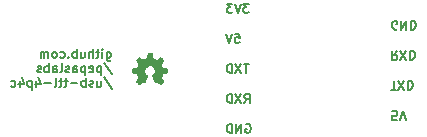
<source format=gbo>
G04 (created by PCBNEW (22-Jun-2014 BZR 4027)-stable) date Wed 04 Apr 2018 07:15:16 PM CDT*
%MOIN*%
G04 Gerber Fmt 3.4, Leading zero omitted, Abs format*
%FSLAX34Y34*%
G01*
G70*
G90*
G04 APERTURE LIST*
%ADD10C,0.00590551*%
%ADD11C,0.006*%
%ADD12C,0.0001*%
G04 APERTURE END LIST*
G54D10*
G54D11*
X65300Y-43171D02*
X65300Y-43414D01*
X65314Y-43442D01*
X65328Y-43457D01*
X65357Y-43471D01*
X65400Y-43471D01*
X65428Y-43457D01*
X65300Y-43357D02*
X65328Y-43371D01*
X65385Y-43371D01*
X65414Y-43357D01*
X65428Y-43342D01*
X65442Y-43314D01*
X65442Y-43228D01*
X65428Y-43200D01*
X65414Y-43185D01*
X65385Y-43171D01*
X65328Y-43171D01*
X65300Y-43185D01*
X65157Y-43371D02*
X65157Y-43171D01*
X65157Y-43071D02*
X65171Y-43085D01*
X65157Y-43100D01*
X65142Y-43085D01*
X65157Y-43071D01*
X65157Y-43100D01*
X65057Y-43171D02*
X64942Y-43171D01*
X65014Y-43071D02*
X65014Y-43328D01*
X65000Y-43357D01*
X64971Y-43371D01*
X64942Y-43371D01*
X64842Y-43371D02*
X64842Y-43071D01*
X64714Y-43371D02*
X64714Y-43214D01*
X64728Y-43185D01*
X64757Y-43171D01*
X64799Y-43171D01*
X64828Y-43185D01*
X64842Y-43200D01*
X64442Y-43171D02*
X64442Y-43371D01*
X64571Y-43171D02*
X64571Y-43328D01*
X64557Y-43357D01*
X64528Y-43371D01*
X64485Y-43371D01*
X64457Y-43357D01*
X64442Y-43342D01*
X64299Y-43371D02*
X64299Y-43071D01*
X64299Y-43185D02*
X64271Y-43171D01*
X64214Y-43171D01*
X64185Y-43185D01*
X64171Y-43200D01*
X64157Y-43228D01*
X64157Y-43314D01*
X64171Y-43342D01*
X64185Y-43357D01*
X64214Y-43371D01*
X64271Y-43371D01*
X64299Y-43357D01*
X64028Y-43342D02*
X64014Y-43357D01*
X64028Y-43371D01*
X64042Y-43357D01*
X64028Y-43342D01*
X64028Y-43371D01*
X63757Y-43357D02*
X63785Y-43371D01*
X63842Y-43371D01*
X63871Y-43357D01*
X63885Y-43342D01*
X63899Y-43314D01*
X63899Y-43228D01*
X63885Y-43200D01*
X63871Y-43185D01*
X63842Y-43171D01*
X63785Y-43171D01*
X63757Y-43185D01*
X63585Y-43371D02*
X63614Y-43357D01*
X63628Y-43342D01*
X63642Y-43314D01*
X63642Y-43228D01*
X63628Y-43200D01*
X63614Y-43185D01*
X63585Y-43171D01*
X63542Y-43171D01*
X63514Y-43185D01*
X63499Y-43200D01*
X63485Y-43228D01*
X63485Y-43314D01*
X63499Y-43342D01*
X63514Y-43357D01*
X63542Y-43371D01*
X63585Y-43371D01*
X63357Y-43371D02*
X63357Y-43171D01*
X63357Y-43200D02*
X63342Y-43185D01*
X63314Y-43171D01*
X63271Y-43171D01*
X63242Y-43185D01*
X63228Y-43214D01*
X63228Y-43371D01*
X63228Y-43214D02*
X63214Y-43185D01*
X63185Y-43171D01*
X63142Y-43171D01*
X63114Y-43185D01*
X63099Y-43214D01*
X63099Y-43371D01*
X65214Y-43537D02*
X65471Y-43922D01*
X65114Y-43651D02*
X65114Y-43951D01*
X65114Y-43665D02*
X65085Y-43651D01*
X65028Y-43651D01*
X65000Y-43665D01*
X64985Y-43680D01*
X64971Y-43708D01*
X64971Y-43794D01*
X64985Y-43822D01*
X65000Y-43837D01*
X65028Y-43851D01*
X65085Y-43851D01*
X65114Y-43837D01*
X64728Y-43837D02*
X64757Y-43851D01*
X64814Y-43851D01*
X64842Y-43837D01*
X64857Y-43808D01*
X64857Y-43694D01*
X64842Y-43665D01*
X64814Y-43651D01*
X64757Y-43651D01*
X64728Y-43665D01*
X64714Y-43694D01*
X64714Y-43722D01*
X64857Y-43751D01*
X64585Y-43651D02*
X64585Y-43951D01*
X64585Y-43665D02*
X64557Y-43651D01*
X64499Y-43651D01*
X64471Y-43665D01*
X64457Y-43680D01*
X64442Y-43708D01*
X64442Y-43794D01*
X64457Y-43822D01*
X64471Y-43837D01*
X64499Y-43851D01*
X64557Y-43851D01*
X64585Y-43837D01*
X64185Y-43851D02*
X64185Y-43694D01*
X64199Y-43665D01*
X64228Y-43651D01*
X64285Y-43651D01*
X64314Y-43665D01*
X64185Y-43837D02*
X64214Y-43851D01*
X64285Y-43851D01*
X64314Y-43837D01*
X64328Y-43808D01*
X64328Y-43780D01*
X64314Y-43751D01*
X64285Y-43737D01*
X64214Y-43737D01*
X64185Y-43722D01*
X64057Y-43837D02*
X64028Y-43851D01*
X63971Y-43851D01*
X63942Y-43837D01*
X63928Y-43808D01*
X63928Y-43794D01*
X63942Y-43765D01*
X63971Y-43751D01*
X64014Y-43751D01*
X64042Y-43737D01*
X64057Y-43708D01*
X64057Y-43694D01*
X64042Y-43665D01*
X64014Y-43651D01*
X63971Y-43651D01*
X63942Y-43665D01*
X63757Y-43851D02*
X63785Y-43837D01*
X63799Y-43808D01*
X63799Y-43551D01*
X63514Y-43851D02*
X63514Y-43694D01*
X63528Y-43665D01*
X63557Y-43651D01*
X63614Y-43651D01*
X63642Y-43665D01*
X63514Y-43837D02*
X63542Y-43851D01*
X63614Y-43851D01*
X63642Y-43837D01*
X63657Y-43808D01*
X63657Y-43780D01*
X63642Y-43751D01*
X63614Y-43737D01*
X63542Y-43737D01*
X63514Y-43722D01*
X63371Y-43851D02*
X63371Y-43551D01*
X63371Y-43665D02*
X63342Y-43651D01*
X63285Y-43651D01*
X63257Y-43665D01*
X63242Y-43680D01*
X63228Y-43708D01*
X63228Y-43794D01*
X63242Y-43822D01*
X63257Y-43837D01*
X63285Y-43851D01*
X63342Y-43851D01*
X63371Y-43837D01*
X63114Y-43837D02*
X63085Y-43851D01*
X63028Y-43851D01*
X62999Y-43837D01*
X62985Y-43808D01*
X62985Y-43794D01*
X62999Y-43765D01*
X63028Y-43751D01*
X63071Y-43751D01*
X63099Y-43737D01*
X63114Y-43708D01*
X63114Y-43694D01*
X63099Y-43665D01*
X63071Y-43651D01*
X63028Y-43651D01*
X62999Y-43665D01*
X65214Y-44017D02*
X65471Y-44402D01*
X64985Y-44131D02*
X64985Y-44331D01*
X65114Y-44131D02*
X65114Y-44288D01*
X65100Y-44317D01*
X65071Y-44331D01*
X65028Y-44331D01*
X65000Y-44317D01*
X64985Y-44302D01*
X64857Y-44317D02*
X64828Y-44331D01*
X64771Y-44331D01*
X64742Y-44317D01*
X64728Y-44288D01*
X64728Y-44274D01*
X64742Y-44245D01*
X64771Y-44231D01*
X64814Y-44231D01*
X64842Y-44217D01*
X64857Y-44188D01*
X64857Y-44174D01*
X64842Y-44145D01*
X64814Y-44131D01*
X64771Y-44131D01*
X64742Y-44145D01*
X64599Y-44331D02*
X64599Y-44031D01*
X64599Y-44145D02*
X64571Y-44131D01*
X64514Y-44131D01*
X64485Y-44145D01*
X64471Y-44160D01*
X64457Y-44188D01*
X64457Y-44274D01*
X64471Y-44302D01*
X64485Y-44317D01*
X64514Y-44331D01*
X64571Y-44331D01*
X64599Y-44317D01*
X64328Y-44217D02*
X64099Y-44217D01*
X63999Y-44131D02*
X63885Y-44131D01*
X63957Y-44031D02*
X63957Y-44288D01*
X63942Y-44317D01*
X63914Y-44331D01*
X63885Y-44331D01*
X63828Y-44131D02*
X63714Y-44131D01*
X63785Y-44031D02*
X63785Y-44288D01*
X63771Y-44317D01*
X63742Y-44331D01*
X63714Y-44331D01*
X63571Y-44331D02*
X63599Y-44317D01*
X63614Y-44288D01*
X63614Y-44031D01*
X63457Y-44217D02*
X63228Y-44217D01*
X62957Y-44131D02*
X62957Y-44331D01*
X63028Y-44017D02*
X63099Y-44231D01*
X62914Y-44231D01*
X62799Y-44131D02*
X62799Y-44431D01*
X62799Y-44145D02*
X62771Y-44131D01*
X62714Y-44131D01*
X62685Y-44145D01*
X62671Y-44160D01*
X62657Y-44188D01*
X62657Y-44274D01*
X62671Y-44302D01*
X62685Y-44317D01*
X62714Y-44331D01*
X62771Y-44331D01*
X62799Y-44317D01*
X62399Y-44131D02*
X62399Y-44331D01*
X62471Y-44017D02*
X62542Y-44231D01*
X62357Y-44231D01*
X62114Y-44317D02*
X62142Y-44331D01*
X62199Y-44331D01*
X62228Y-44317D01*
X62242Y-44302D01*
X62257Y-44274D01*
X62257Y-44188D01*
X62242Y-44160D01*
X62228Y-44145D01*
X62199Y-44131D01*
X62142Y-44131D01*
X62114Y-44145D01*
X74978Y-42414D02*
X74950Y-42428D01*
X74907Y-42428D01*
X74864Y-42414D01*
X74835Y-42385D01*
X74821Y-42357D01*
X74807Y-42300D01*
X74807Y-42257D01*
X74821Y-42200D01*
X74835Y-42171D01*
X74864Y-42142D01*
X74907Y-42128D01*
X74935Y-42128D01*
X74978Y-42142D01*
X74992Y-42157D01*
X74992Y-42257D01*
X74935Y-42257D01*
X75121Y-42128D02*
X75121Y-42428D01*
X75292Y-42128D01*
X75292Y-42428D01*
X75435Y-42128D02*
X75435Y-42428D01*
X75507Y-42428D01*
X75550Y-42414D01*
X75578Y-42385D01*
X75592Y-42357D01*
X75607Y-42300D01*
X75607Y-42257D01*
X75592Y-42200D01*
X75578Y-42171D01*
X75550Y-42142D01*
X75507Y-42128D01*
X75435Y-42128D01*
X74992Y-43128D02*
X74892Y-43271D01*
X74821Y-43128D02*
X74821Y-43428D01*
X74935Y-43428D01*
X74964Y-43414D01*
X74978Y-43400D01*
X74992Y-43371D01*
X74992Y-43328D01*
X74978Y-43300D01*
X74964Y-43285D01*
X74935Y-43271D01*
X74821Y-43271D01*
X75092Y-43428D02*
X75292Y-43128D01*
X75292Y-43428D02*
X75092Y-43128D01*
X75407Y-43128D02*
X75407Y-43428D01*
X75478Y-43428D01*
X75521Y-43414D01*
X75550Y-43385D01*
X75564Y-43357D01*
X75578Y-43300D01*
X75578Y-43257D01*
X75564Y-43200D01*
X75550Y-43171D01*
X75521Y-43142D01*
X75478Y-43128D01*
X75407Y-43128D01*
X74778Y-44428D02*
X74950Y-44428D01*
X74864Y-44128D02*
X74864Y-44428D01*
X75021Y-44428D02*
X75221Y-44128D01*
X75221Y-44428D02*
X75021Y-44128D01*
X75335Y-44128D02*
X75335Y-44428D01*
X75407Y-44428D01*
X75449Y-44414D01*
X75478Y-44385D01*
X75492Y-44357D01*
X75507Y-44300D01*
X75507Y-44257D01*
X75492Y-44200D01*
X75478Y-44171D01*
X75449Y-44142D01*
X75407Y-44128D01*
X75335Y-44128D01*
X74964Y-45428D02*
X74821Y-45428D01*
X74807Y-45285D01*
X74821Y-45300D01*
X74850Y-45314D01*
X74921Y-45314D01*
X74950Y-45300D01*
X74964Y-45285D01*
X74978Y-45257D01*
X74978Y-45185D01*
X74964Y-45157D01*
X74950Y-45142D01*
X74921Y-45128D01*
X74850Y-45128D01*
X74821Y-45142D01*
X74807Y-45157D01*
X75064Y-45428D02*
X75164Y-45128D01*
X75264Y-45428D01*
X69935Y-45585D02*
X69964Y-45571D01*
X70007Y-45571D01*
X70050Y-45585D01*
X70078Y-45614D01*
X70092Y-45642D01*
X70107Y-45700D01*
X70107Y-45742D01*
X70092Y-45800D01*
X70078Y-45828D01*
X70050Y-45857D01*
X70007Y-45871D01*
X69978Y-45871D01*
X69935Y-45857D01*
X69921Y-45842D01*
X69921Y-45742D01*
X69978Y-45742D01*
X69792Y-45871D02*
X69792Y-45571D01*
X69621Y-45871D01*
X69621Y-45571D01*
X69478Y-45871D02*
X69478Y-45571D01*
X69407Y-45571D01*
X69364Y-45585D01*
X69335Y-45614D01*
X69321Y-45642D01*
X69307Y-45700D01*
X69307Y-45742D01*
X69321Y-45800D01*
X69335Y-45828D01*
X69364Y-45857D01*
X69407Y-45871D01*
X69478Y-45871D01*
X69892Y-44871D02*
X69992Y-44728D01*
X70064Y-44871D02*
X70064Y-44571D01*
X69950Y-44571D01*
X69921Y-44585D01*
X69907Y-44600D01*
X69892Y-44628D01*
X69892Y-44671D01*
X69907Y-44700D01*
X69921Y-44714D01*
X69950Y-44728D01*
X70064Y-44728D01*
X69792Y-44571D02*
X69592Y-44871D01*
X69592Y-44571D02*
X69792Y-44871D01*
X69478Y-44871D02*
X69478Y-44571D01*
X69407Y-44571D01*
X69364Y-44585D01*
X69335Y-44614D01*
X69321Y-44642D01*
X69307Y-44700D01*
X69307Y-44742D01*
X69321Y-44800D01*
X69335Y-44828D01*
X69364Y-44857D01*
X69407Y-44871D01*
X69478Y-44871D01*
X70035Y-43571D02*
X69864Y-43571D01*
X69949Y-43871D02*
X69949Y-43571D01*
X69792Y-43571D02*
X69592Y-43871D01*
X69592Y-43571D02*
X69792Y-43871D01*
X69478Y-43871D02*
X69478Y-43571D01*
X69407Y-43571D01*
X69364Y-43585D01*
X69335Y-43614D01*
X69321Y-43642D01*
X69307Y-43700D01*
X69307Y-43742D01*
X69321Y-43800D01*
X69335Y-43828D01*
X69364Y-43857D01*
X69407Y-43871D01*
X69478Y-43871D01*
X69578Y-42571D02*
X69721Y-42571D01*
X69735Y-42714D01*
X69721Y-42700D01*
X69692Y-42685D01*
X69621Y-42685D01*
X69592Y-42700D01*
X69578Y-42714D01*
X69564Y-42742D01*
X69564Y-42814D01*
X69578Y-42842D01*
X69592Y-42857D01*
X69621Y-42871D01*
X69692Y-42871D01*
X69721Y-42857D01*
X69735Y-42842D01*
X69478Y-42571D02*
X69378Y-42871D01*
X69278Y-42571D01*
X70035Y-41571D02*
X69850Y-41571D01*
X69950Y-41685D01*
X69907Y-41685D01*
X69878Y-41700D01*
X69864Y-41714D01*
X69850Y-41742D01*
X69850Y-41814D01*
X69864Y-41842D01*
X69878Y-41857D01*
X69907Y-41871D01*
X69992Y-41871D01*
X70021Y-41857D01*
X70035Y-41842D01*
X69764Y-41571D02*
X69664Y-41871D01*
X69564Y-41571D01*
X69492Y-41571D02*
X69307Y-41571D01*
X69407Y-41685D01*
X69364Y-41685D01*
X69335Y-41700D01*
X69321Y-41714D01*
X69307Y-41742D01*
X69307Y-41814D01*
X69321Y-41842D01*
X69335Y-41857D01*
X69364Y-41871D01*
X69450Y-41871D01*
X69478Y-41857D01*
X69492Y-41842D01*
G54D12*
G36*
X67108Y-44280D02*
X67101Y-44277D01*
X67088Y-44268D01*
X67068Y-44255D01*
X67045Y-44240D01*
X67021Y-44224D01*
X67002Y-44211D01*
X66988Y-44202D01*
X66983Y-44199D01*
X66980Y-44200D01*
X66969Y-44206D01*
X66953Y-44214D01*
X66943Y-44219D01*
X66928Y-44225D01*
X66921Y-44227D01*
X66920Y-44225D01*
X66914Y-44213D01*
X66906Y-44194D01*
X66895Y-44168D01*
X66882Y-44138D01*
X66868Y-44106D01*
X66855Y-44073D01*
X66842Y-44042D01*
X66830Y-44013D01*
X66821Y-43990D01*
X66815Y-43974D01*
X66812Y-43967D01*
X66813Y-43966D01*
X66820Y-43959D01*
X66833Y-43949D01*
X66861Y-43926D01*
X66889Y-43892D01*
X66906Y-43853D01*
X66911Y-43809D01*
X66907Y-43769D01*
X66891Y-43731D01*
X66864Y-43696D01*
X66831Y-43670D01*
X66793Y-43654D01*
X66750Y-43649D01*
X66709Y-43653D01*
X66670Y-43669D01*
X66635Y-43695D01*
X66620Y-43712D01*
X66600Y-43748D01*
X66588Y-43785D01*
X66587Y-43794D01*
X66589Y-43836D01*
X66601Y-43876D01*
X66623Y-43911D01*
X66653Y-43940D01*
X66657Y-43943D01*
X66671Y-43954D01*
X66681Y-43961D01*
X66688Y-43967D01*
X66635Y-44094D01*
X66627Y-44114D01*
X66612Y-44149D01*
X66600Y-44179D01*
X66589Y-44203D01*
X66582Y-44219D01*
X66579Y-44225D01*
X66579Y-44225D01*
X66574Y-44226D01*
X66565Y-44223D01*
X66547Y-44214D01*
X66535Y-44208D01*
X66522Y-44202D01*
X66516Y-44199D01*
X66510Y-44202D01*
X66497Y-44210D01*
X66479Y-44223D01*
X66456Y-44238D01*
X66434Y-44253D01*
X66414Y-44266D01*
X66400Y-44276D01*
X66393Y-44279D01*
X66392Y-44279D01*
X66385Y-44276D01*
X66374Y-44266D01*
X66357Y-44250D01*
X66332Y-44226D01*
X66328Y-44222D01*
X66308Y-44202D01*
X66292Y-44184D01*
X66281Y-44172D01*
X66277Y-44167D01*
X66277Y-44167D01*
X66281Y-44160D01*
X66290Y-44145D01*
X66303Y-44125D01*
X66319Y-44101D01*
X66361Y-44040D01*
X66338Y-43983D01*
X66331Y-43965D01*
X66322Y-43943D01*
X66315Y-43928D01*
X66312Y-43921D01*
X66305Y-43919D01*
X66290Y-43915D01*
X66267Y-43911D01*
X66239Y-43906D01*
X66213Y-43901D01*
X66190Y-43896D01*
X66173Y-43893D01*
X66165Y-43892D01*
X66163Y-43890D01*
X66162Y-43887D01*
X66161Y-43879D01*
X66160Y-43864D01*
X66160Y-43842D01*
X66160Y-43809D01*
X66160Y-43806D01*
X66160Y-43775D01*
X66161Y-43750D01*
X66162Y-43735D01*
X66163Y-43728D01*
X66163Y-43728D01*
X66170Y-43726D01*
X66187Y-43723D01*
X66210Y-43718D01*
X66238Y-43713D01*
X66240Y-43713D01*
X66268Y-43707D01*
X66291Y-43702D01*
X66308Y-43699D01*
X66315Y-43696D01*
X66316Y-43694D01*
X66322Y-43683D01*
X66330Y-43666D01*
X66339Y-43645D01*
X66348Y-43623D01*
X66356Y-43603D01*
X66361Y-43589D01*
X66363Y-43582D01*
X66363Y-43582D01*
X66359Y-43575D01*
X66349Y-43561D01*
X66335Y-43541D01*
X66319Y-43517D01*
X66318Y-43515D01*
X66302Y-43491D01*
X66289Y-43471D01*
X66280Y-43457D01*
X66277Y-43451D01*
X66277Y-43450D01*
X66282Y-43443D01*
X66294Y-43430D01*
X66312Y-43412D01*
X66332Y-43391D01*
X66339Y-43385D01*
X66362Y-43362D01*
X66378Y-43348D01*
X66388Y-43340D01*
X66392Y-43338D01*
X66393Y-43338D01*
X66400Y-43342D01*
X66415Y-43352D01*
X66435Y-43366D01*
X66459Y-43382D01*
X66460Y-43383D01*
X66484Y-43399D01*
X66504Y-43413D01*
X66518Y-43422D01*
X66524Y-43425D01*
X66525Y-43425D01*
X66534Y-43423D01*
X66551Y-43417D01*
X66572Y-43409D01*
X66594Y-43400D01*
X66614Y-43392D01*
X66628Y-43385D01*
X66635Y-43381D01*
X66636Y-43381D01*
X66638Y-43372D01*
X66642Y-43354D01*
X66647Y-43330D01*
X66653Y-43301D01*
X66654Y-43297D01*
X66659Y-43268D01*
X66663Y-43245D01*
X66667Y-43229D01*
X66668Y-43222D01*
X66672Y-43222D01*
X66686Y-43221D01*
X66707Y-43220D01*
X66733Y-43220D01*
X66759Y-43220D01*
X66785Y-43220D01*
X66807Y-43221D01*
X66823Y-43222D01*
X66830Y-43224D01*
X66830Y-43224D01*
X66832Y-43233D01*
X66836Y-43250D01*
X66841Y-43275D01*
X66847Y-43304D01*
X66848Y-43309D01*
X66853Y-43337D01*
X66858Y-43360D01*
X66861Y-43376D01*
X66863Y-43382D01*
X66865Y-43383D01*
X66877Y-43389D01*
X66896Y-43396D01*
X66919Y-43406D01*
X66973Y-43428D01*
X67039Y-43382D01*
X67045Y-43378D01*
X67069Y-43362D01*
X67089Y-43349D01*
X67103Y-43340D01*
X67108Y-43337D01*
X67109Y-43337D01*
X67115Y-43343D01*
X67128Y-43355D01*
X67146Y-43373D01*
X67167Y-43393D01*
X67183Y-43409D01*
X67201Y-43427D01*
X67212Y-43440D01*
X67219Y-43448D01*
X67221Y-43453D01*
X67220Y-43456D01*
X67216Y-43463D01*
X67206Y-43477D01*
X67193Y-43498D01*
X67177Y-43521D01*
X67163Y-43541D01*
X67149Y-43563D01*
X67140Y-43579D01*
X67136Y-43586D01*
X67137Y-43590D01*
X67142Y-43603D01*
X67150Y-43622D01*
X67160Y-43646D01*
X67183Y-43698D01*
X67217Y-43705D01*
X67238Y-43709D01*
X67267Y-43714D01*
X67295Y-43720D01*
X67339Y-43728D01*
X67340Y-43887D01*
X67333Y-43890D01*
X67327Y-43892D01*
X67311Y-43896D01*
X67288Y-43900D01*
X67261Y-43905D01*
X67237Y-43910D01*
X67214Y-43914D01*
X67197Y-43917D01*
X67190Y-43919D01*
X67188Y-43921D01*
X67182Y-43933D01*
X67174Y-43951D01*
X67165Y-43972D01*
X67155Y-43995D01*
X67147Y-44015D01*
X67141Y-44031D01*
X67139Y-44039D01*
X67142Y-44045D01*
X67151Y-44059D01*
X67164Y-44079D01*
X67180Y-44102D01*
X67196Y-44125D01*
X67209Y-44145D01*
X67219Y-44159D01*
X67222Y-44166D01*
X67220Y-44170D01*
X67211Y-44181D01*
X67194Y-44199D01*
X67168Y-44225D01*
X67163Y-44229D01*
X67143Y-44249D01*
X67125Y-44265D01*
X67113Y-44276D01*
X67108Y-44280D01*
X67108Y-44280D01*
G37*
M02*

</source>
